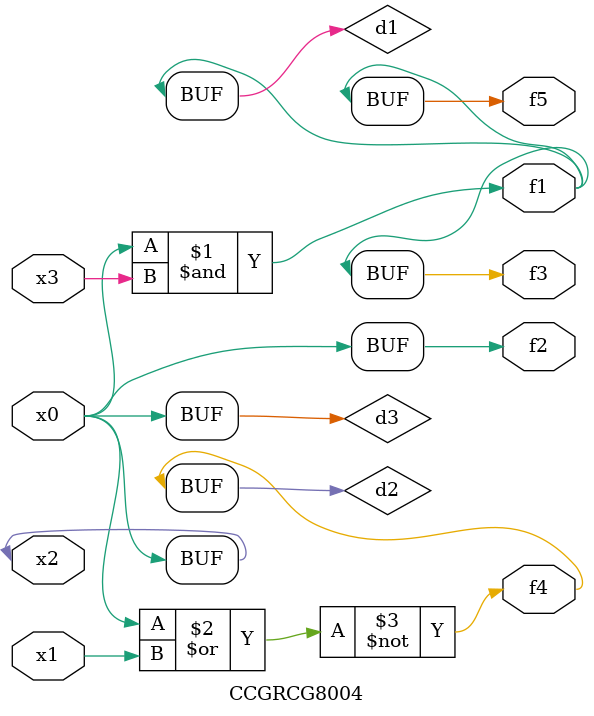
<source format=v>
module CCGRCG8004(
	input x0, x1, x2, x3,
	output f1, f2, f3, f4, f5
);

	wire d1, d2, d3;

	and (d1, x2, x3);
	nor (d2, x0, x1);
	buf (d3, x0, x2);
	assign f1 = d1;
	assign f2 = d3;
	assign f3 = d1;
	assign f4 = d2;
	assign f5 = d1;
endmodule

</source>
